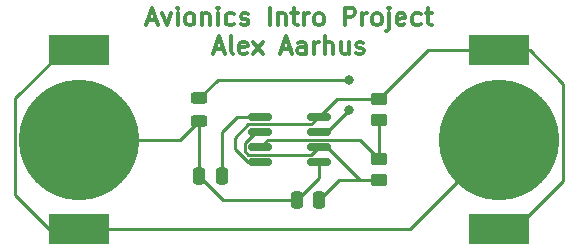
<source format=gbr>
%TF.GenerationSoftware,KiCad,Pcbnew,(6.0.7)*%
%TF.CreationDate,2022-09-19T01:01:13-07:00*%
%TF.ProjectId,Intro Project Alex Aarhus,496e7472-6f20-4507-926f-6a6563742041,rev?*%
%TF.SameCoordinates,Original*%
%TF.FileFunction,Copper,L1,Top*%
%TF.FilePolarity,Positive*%
%FSLAX46Y46*%
G04 Gerber Fmt 4.6, Leading zero omitted, Abs format (unit mm)*
G04 Created by KiCad (PCBNEW (6.0.7)) date 2022-09-19 01:01:13*
%MOMM*%
%LPD*%
G01*
G04 APERTURE LIST*
G04 Aperture macros list*
%AMRoundRect*
0 Rectangle with rounded corners*
0 $1 Rounding radius*
0 $2 $3 $4 $5 $6 $7 $8 $9 X,Y pos of 4 corners*
0 Add a 4 corners polygon primitive as box body*
4,1,4,$2,$3,$4,$5,$6,$7,$8,$9,$2,$3,0*
0 Add four circle primitives for the rounded corners*
1,1,$1+$1,$2,$3*
1,1,$1+$1,$4,$5*
1,1,$1+$1,$6,$7*
1,1,$1+$1,$8,$9*
0 Add four rect primitives between the rounded corners*
20,1,$1+$1,$2,$3,$4,$5,0*
20,1,$1+$1,$4,$5,$6,$7,0*
20,1,$1+$1,$6,$7,$8,$9,0*
20,1,$1+$1,$8,$9,$2,$3,0*%
G04 Aperture macros list end*
%ADD10C,0.300000*%
%TA.AperFunction,NonConductor*%
%ADD11C,0.300000*%
%TD*%
%TA.AperFunction,SMDPad,CuDef*%
%ADD12RoundRect,0.250000X-0.450000X0.262500X-0.450000X-0.262500X0.450000X-0.262500X0.450000X0.262500X0*%
%TD*%
%TA.AperFunction,SMDPad,CuDef*%
%ADD13RoundRect,0.243750X0.456250X-0.243750X0.456250X0.243750X-0.456250X0.243750X-0.456250X-0.243750X0*%
%TD*%
%TA.AperFunction,SMDPad,CuDef*%
%ADD14RoundRect,0.250000X0.250000X0.475000X-0.250000X0.475000X-0.250000X-0.475000X0.250000X-0.475000X0*%
%TD*%
%TA.AperFunction,SMDPad,CuDef*%
%ADD15R,5.100000X2.500000*%
%TD*%
%TA.AperFunction,SMDPad,CuDef*%
%ADD16C,10.200000*%
%TD*%
%TA.AperFunction,SMDPad,CuDef*%
%ADD17RoundRect,0.250000X-0.250000X-0.475000X0.250000X-0.475000X0.250000X0.475000X-0.250000X0.475000X0*%
%TD*%
%TA.AperFunction,SMDPad,CuDef*%
%ADD18RoundRect,0.150000X0.825000X0.150000X-0.825000X0.150000X-0.825000X-0.150000X0.825000X-0.150000X0*%
%TD*%
%TA.AperFunction,ViaPad*%
%ADD19C,0.800000*%
%TD*%
%TA.AperFunction,Conductor*%
%ADD20C,0.250000*%
%TD*%
G04 APERTURE END LIST*
D10*
D11*
X168375714Y-63558500D02*
X169090000Y-63558500D01*
X168232857Y-63987071D02*
X168732857Y-62487071D01*
X169232857Y-63987071D01*
X169590000Y-62987071D02*
X169947142Y-63987071D01*
X170304285Y-62987071D01*
X170875714Y-63987071D02*
X170875714Y-62987071D01*
X170875714Y-62487071D02*
X170804285Y-62558500D01*
X170875714Y-62629928D01*
X170947142Y-62558500D01*
X170875714Y-62487071D01*
X170875714Y-62629928D01*
X171804285Y-63987071D02*
X171661428Y-63915642D01*
X171590000Y-63844214D01*
X171518571Y-63701357D01*
X171518571Y-63272785D01*
X171590000Y-63129928D01*
X171661428Y-63058500D01*
X171804285Y-62987071D01*
X172018571Y-62987071D01*
X172161428Y-63058500D01*
X172232857Y-63129928D01*
X172304285Y-63272785D01*
X172304285Y-63701357D01*
X172232857Y-63844214D01*
X172161428Y-63915642D01*
X172018571Y-63987071D01*
X171804285Y-63987071D01*
X172947142Y-62987071D02*
X172947142Y-63987071D01*
X172947142Y-63129928D02*
X173018571Y-63058500D01*
X173161428Y-62987071D01*
X173375714Y-62987071D01*
X173518571Y-63058500D01*
X173590000Y-63201357D01*
X173590000Y-63987071D01*
X174304285Y-63987071D02*
X174304285Y-62987071D01*
X174304285Y-62487071D02*
X174232857Y-62558500D01*
X174304285Y-62629928D01*
X174375714Y-62558500D01*
X174304285Y-62487071D01*
X174304285Y-62629928D01*
X175661428Y-63915642D02*
X175518571Y-63987071D01*
X175232857Y-63987071D01*
X175090000Y-63915642D01*
X175018571Y-63844214D01*
X174947142Y-63701357D01*
X174947142Y-63272785D01*
X175018571Y-63129928D01*
X175090000Y-63058500D01*
X175232857Y-62987071D01*
X175518571Y-62987071D01*
X175661428Y-63058500D01*
X176232857Y-63915642D02*
X176375714Y-63987071D01*
X176661428Y-63987071D01*
X176804285Y-63915642D01*
X176875714Y-63772785D01*
X176875714Y-63701357D01*
X176804285Y-63558500D01*
X176661428Y-63487071D01*
X176447142Y-63487071D01*
X176304285Y-63415642D01*
X176232857Y-63272785D01*
X176232857Y-63201357D01*
X176304285Y-63058500D01*
X176447142Y-62987071D01*
X176661428Y-62987071D01*
X176804285Y-63058500D01*
X178661428Y-63987071D02*
X178661428Y-62487071D01*
X179375714Y-62987071D02*
X179375714Y-63987071D01*
X179375714Y-63129928D02*
X179447142Y-63058500D01*
X179590000Y-62987071D01*
X179804285Y-62987071D01*
X179947142Y-63058500D01*
X180018571Y-63201357D01*
X180018571Y-63987071D01*
X180518571Y-62987071D02*
X181090000Y-62987071D01*
X180732857Y-62487071D02*
X180732857Y-63772785D01*
X180804285Y-63915642D01*
X180947142Y-63987071D01*
X181090000Y-63987071D01*
X181590000Y-63987071D02*
X181590000Y-62987071D01*
X181590000Y-63272785D02*
X181661428Y-63129928D01*
X181732857Y-63058500D01*
X181875714Y-62987071D01*
X182018571Y-62987071D01*
X182732857Y-63987071D02*
X182590000Y-63915642D01*
X182518571Y-63844214D01*
X182447142Y-63701357D01*
X182447142Y-63272785D01*
X182518571Y-63129928D01*
X182590000Y-63058500D01*
X182732857Y-62987071D01*
X182947142Y-62987071D01*
X183090000Y-63058500D01*
X183161428Y-63129928D01*
X183232857Y-63272785D01*
X183232857Y-63701357D01*
X183161428Y-63844214D01*
X183090000Y-63915642D01*
X182947142Y-63987071D01*
X182732857Y-63987071D01*
X185018571Y-63987071D02*
X185018571Y-62487071D01*
X185590000Y-62487071D01*
X185732857Y-62558500D01*
X185804285Y-62629928D01*
X185875714Y-62772785D01*
X185875714Y-62987071D01*
X185804285Y-63129928D01*
X185732857Y-63201357D01*
X185590000Y-63272785D01*
X185018571Y-63272785D01*
X186518571Y-63987071D02*
X186518571Y-62987071D01*
X186518571Y-63272785D02*
X186590000Y-63129928D01*
X186661428Y-63058500D01*
X186804285Y-62987071D01*
X186947142Y-62987071D01*
X187661428Y-63987071D02*
X187518571Y-63915642D01*
X187447142Y-63844214D01*
X187375714Y-63701357D01*
X187375714Y-63272785D01*
X187447142Y-63129928D01*
X187518571Y-63058500D01*
X187661428Y-62987071D01*
X187875714Y-62987071D01*
X188018571Y-63058500D01*
X188090000Y-63129928D01*
X188161428Y-63272785D01*
X188161428Y-63701357D01*
X188090000Y-63844214D01*
X188018571Y-63915642D01*
X187875714Y-63987071D01*
X187661428Y-63987071D01*
X188804285Y-62987071D02*
X188804285Y-64272785D01*
X188732857Y-64415642D01*
X188590000Y-64487071D01*
X188518571Y-64487071D01*
X188804285Y-62487071D02*
X188732857Y-62558500D01*
X188804285Y-62629928D01*
X188875714Y-62558500D01*
X188804285Y-62487071D01*
X188804285Y-62629928D01*
X190090000Y-63915642D02*
X189947142Y-63987071D01*
X189661428Y-63987071D01*
X189518571Y-63915642D01*
X189447142Y-63772785D01*
X189447142Y-63201357D01*
X189518571Y-63058500D01*
X189661428Y-62987071D01*
X189947142Y-62987071D01*
X190090000Y-63058500D01*
X190161428Y-63201357D01*
X190161428Y-63344214D01*
X189447142Y-63487071D01*
X191447142Y-63915642D02*
X191304285Y-63987071D01*
X191018571Y-63987071D01*
X190875714Y-63915642D01*
X190804285Y-63844214D01*
X190732857Y-63701357D01*
X190732857Y-63272785D01*
X190804285Y-63129928D01*
X190875714Y-63058500D01*
X191018571Y-62987071D01*
X191304285Y-62987071D01*
X191447142Y-63058500D01*
X191875714Y-62987071D02*
X192447142Y-62987071D01*
X192090000Y-62487071D02*
X192090000Y-63772785D01*
X192161428Y-63915642D01*
X192304285Y-63987071D01*
X192447142Y-63987071D01*
X174018571Y-65973500D02*
X174732857Y-65973500D01*
X173875714Y-66402071D02*
X174375714Y-64902071D01*
X174875714Y-66402071D01*
X175590000Y-66402071D02*
X175447142Y-66330642D01*
X175375714Y-66187785D01*
X175375714Y-64902071D01*
X176732857Y-66330642D02*
X176590000Y-66402071D01*
X176304285Y-66402071D01*
X176161428Y-66330642D01*
X176090000Y-66187785D01*
X176090000Y-65616357D01*
X176161428Y-65473500D01*
X176304285Y-65402071D01*
X176590000Y-65402071D01*
X176732857Y-65473500D01*
X176804285Y-65616357D01*
X176804285Y-65759214D01*
X176090000Y-65902071D01*
X177304285Y-66402071D02*
X178090000Y-65402071D01*
X177304285Y-65402071D02*
X178090000Y-66402071D01*
X179732857Y-65973500D02*
X180447142Y-65973500D01*
X179590000Y-66402071D02*
X180090000Y-64902071D01*
X180590000Y-66402071D01*
X181732857Y-66402071D02*
X181732857Y-65616357D01*
X181661428Y-65473500D01*
X181518571Y-65402071D01*
X181232857Y-65402071D01*
X181090000Y-65473500D01*
X181732857Y-66330642D02*
X181590000Y-66402071D01*
X181232857Y-66402071D01*
X181090000Y-66330642D01*
X181018571Y-66187785D01*
X181018571Y-66044928D01*
X181090000Y-65902071D01*
X181232857Y-65830642D01*
X181590000Y-65830642D01*
X181732857Y-65759214D01*
X182447142Y-66402071D02*
X182447142Y-65402071D01*
X182447142Y-65687785D02*
X182518571Y-65544928D01*
X182590000Y-65473500D01*
X182732857Y-65402071D01*
X182875714Y-65402071D01*
X183375714Y-66402071D02*
X183375714Y-64902071D01*
X184018571Y-66402071D02*
X184018571Y-65616357D01*
X183947142Y-65473500D01*
X183804285Y-65402071D01*
X183590000Y-65402071D01*
X183447142Y-65473500D01*
X183375714Y-65544928D01*
X185375714Y-65402071D02*
X185375714Y-66402071D01*
X184732857Y-65402071D02*
X184732857Y-66187785D01*
X184804285Y-66330642D01*
X184947142Y-66402071D01*
X185161428Y-66402071D01*
X185304285Y-66330642D01*
X185375714Y-66259214D01*
X186018571Y-66330642D02*
X186161428Y-66402071D01*
X186447142Y-66402071D01*
X186590000Y-66330642D01*
X186661428Y-66187785D01*
X186661428Y-66116357D01*
X186590000Y-65973500D01*
X186447142Y-65902071D01*
X186232857Y-65902071D01*
X186090000Y-65830642D01*
X186018571Y-65687785D01*
X186018571Y-65616357D01*
X186090000Y-65473500D01*
X186232857Y-65402071D01*
X186447142Y-65402071D01*
X186590000Y-65473500D01*
D12*
%TO.P,R2,1*%
%TO.N,Net-(R1-Pad2)*%
X187960000Y-75287500D03*
%TO.P,R2,2*%
%TO.N,Net-(C2-Pad2)*%
X187960000Y-77112500D03*
%TD*%
D13*
%TO.P,D1,1,K*%
%TO.N,GND*%
X172720000Y-72057500D03*
%TO.P,D1,2,A*%
%TO.N,Net-(D1-Pad2)*%
X172720000Y-70182500D03*
%TD*%
D14*
%TO.P,C1,1*%
%TO.N,Net-(C1-Pad1)*%
X174620000Y-76708000D03*
%TO.P,C1,2*%
%TO.N,GND*%
X172720000Y-76708000D03*
%TD*%
D12*
%TO.P,R1,1*%
%TO.N,VCC*%
X187960000Y-70207500D03*
%TO.P,R1,2*%
%TO.N,Net-(R1-Pad2)*%
X187960000Y-72032500D03*
%TD*%
D15*
%TO.P,BT1,1,+*%
%TO.N,VCC*%
X198120000Y-66060000D03*
X198120000Y-81260000D03*
D16*
%TO.P,BT1,2,-*%
%TO.N,Net-(BT1-Pad2)*%
X198120000Y-73660000D03*
%TD*%
D17*
%TO.P,C2,1*%
%TO.N,GND*%
X180980000Y-78740000D03*
%TO.P,C2,2*%
%TO.N,Net-(C2-Pad2)*%
X182880000Y-78740000D03*
%TD*%
D18*
%TO.P,U1,1,GND*%
%TO.N,GND*%
X182815000Y-75565000D03*
%TO.P,U1,2,TR*%
%TO.N,Net-(C2-Pad2)*%
X182815000Y-74295000D03*
%TO.P,U1,3,Q*%
%TO.N,Net-(D1-Pad2)*%
X182815000Y-73025000D03*
%TO.P,U1,4,R*%
%TO.N,VCC*%
X182815000Y-71755000D03*
%TO.P,U1,5,CV*%
%TO.N,Net-(C1-Pad1)*%
X177865000Y-71755000D03*
%TO.P,U1,6,THR*%
%TO.N,Net-(C2-Pad2)*%
X177865000Y-73025000D03*
%TO.P,U1,7,DIS*%
%TO.N,Net-(R1-Pad2)*%
X177865000Y-74295000D03*
%TO.P,U1,8,VCC*%
%TO.N,VCC*%
X177865000Y-75565000D03*
%TD*%
D15*
%TO.P,BT2,1,+*%
%TO.N,Net-(BT1-Pad2)*%
X162560000Y-81260000D03*
X162560000Y-66060000D03*
D16*
%TO.P,BT2,2,-*%
%TO.N,GND*%
X162560000Y-73660000D03*
%TD*%
D19*
%TO.N,Net-(D1-Pad2)*%
X185420000Y-71120000D03*
X185420000Y-68580000D03*
%TD*%
D20*
%TO.N,VCC*%
X184362500Y-70207500D02*
X187960000Y-70207500D01*
X176851853Y-75565000D02*
X175710000Y-74423147D01*
X175710000Y-74423147D02*
X175710000Y-73533249D01*
X187960000Y-70207500D02*
X192107500Y-66060000D01*
X203545000Y-77135000D02*
X203545000Y-68925000D01*
X198120000Y-66060000D02*
X192107500Y-66060000D01*
X175710000Y-73533249D02*
X176863249Y-72380000D01*
X198120000Y-81260000D02*
X199420000Y-81260000D01*
X200680000Y-66060000D02*
X198120000Y-66060000D01*
X203545000Y-68925000D02*
X200680000Y-66060000D01*
X182190000Y-72380000D02*
X182815000Y-71755000D01*
X176863249Y-72380000D02*
X182190000Y-72380000D01*
X199420000Y-81260000D02*
X203545000Y-77135000D01*
X177865000Y-75565000D02*
X176851853Y-75565000D01*
X182815000Y-71755000D02*
X184362500Y-70207500D01*
%TO.N,Net-(R1-Pad2)*%
X186332500Y-73660000D02*
X187960000Y-75287500D01*
X177865000Y-74295000D02*
X178500000Y-73660000D01*
X178500000Y-73660000D02*
X186332500Y-73660000D01*
X187960000Y-73660000D02*
X187960000Y-72032500D01*
X187960000Y-75287500D02*
X187960000Y-73660000D01*
%TO.N,Net-(C2-Pad2)*%
X183515000Y-74295000D02*
X186332500Y-77112500D01*
X182815000Y-74295000D02*
X183515000Y-74295000D01*
X177865000Y-73025000D02*
X177488249Y-73025000D01*
X184507500Y-77112500D02*
X186332500Y-77112500D01*
X182170000Y-74940000D02*
X182815000Y-74295000D01*
X186332500Y-77112500D02*
X187960000Y-77112500D01*
X177488249Y-73025000D02*
X176565000Y-73948249D01*
X182880000Y-78740000D02*
X184507500Y-77112500D01*
X176863249Y-74940000D02*
X182170000Y-74940000D01*
X176565000Y-74641751D02*
X176863249Y-74940000D01*
X176565000Y-73948249D02*
X176565000Y-74641751D01*
%TO.N,GND*%
X172720000Y-72057500D02*
X171117500Y-73660000D01*
X180980000Y-78740000D02*
X174752000Y-78740000D01*
X174752000Y-78740000D02*
X172720000Y-76708000D01*
X172720000Y-76708000D02*
X172720000Y-72057500D01*
X182815000Y-76905000D02*
X180980000Y-78740000D01*
X182815000Y-75565000D02*
X182815000Y-76905000D01*
X171117500Y-73660000D02*
X162560000Y-73660000D01*
%TO.N,Net-(D1-Pad2)*%
X174322500Y-68580000D02*
X185420000Y-68580000D01*
X183515000Y-73025000D02*
X182815000Y-73025000D01*
X183515000Y-73025000D02*
X185420000Y-71120000D01*
X172720000Y-70182500D02*
X174322500Y-68580000D01*
%TO.N,Net-(C1-Pad1)*%
X174620000Y-73030000D02*
X175895000Y-71755000D01*
X174620000Y-76708000D02*
X174620000Y-73030000D01*
X175895000Y-71755000D02*
X177865000Y-71755000D01*
%TO.N,Net-(BT1-Pad2)*%
X162560000Y-81260000D02*
X190520000Y-81260000D01*
X160000000Y-81260000D02*
X162560000Y-81260000D01*
X157135000Y-70185000D02*
X157135000Y-78395000D01*
X162560000Y-66060000D02*
X161260000Y-66060000D01*
X161260000Y-66060000D02*
X157135000Y-70185000D01*
X157135000Y-78395000D02*
X160000000Y-81260000D01*
X190520000Y-81260000D02*
X198120000Y-73660000D01*
%TD*%
M02*

</source>
